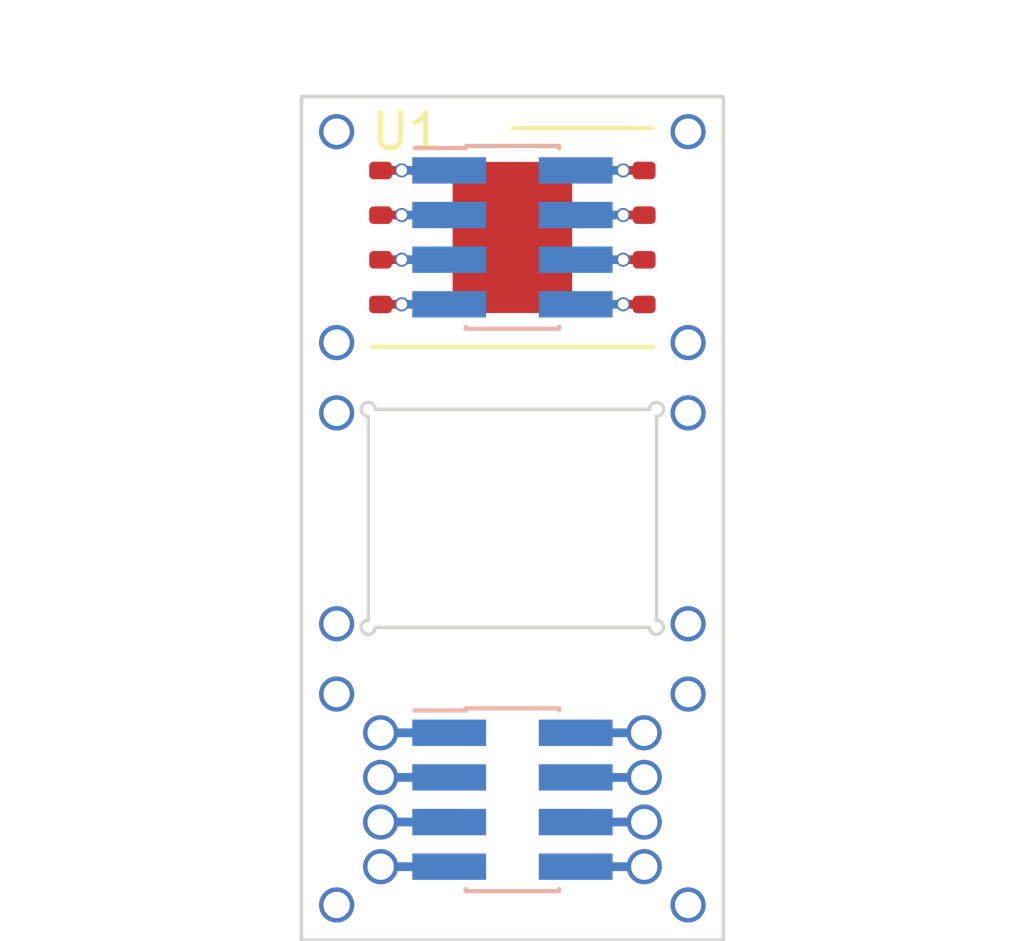
<source format=kicad_pcb>
(kicad_pcb (version 20211014) (generator pcbnew)
  (layers (0 "F.Cu" signal) (31 "B.Cu" signal) (34 "B.Paste" user) (35 "F.Paste" user) (36 "B.SilkS" user "B.Silkscreen") (37 "F.SilkS" user "F.Silkscreen") (38 "B.Mask" user) (39 "F.Mask" user) (44 "Edge.Cuts" user))
  (net 0 "")
  (net 1 "P1")
  (net 2 "P2")
  (net 3 "P3")
  (net 4 "P4")
  (net 5 "P5")
  (net 6 "P6")
  (net 7 "P7")
  (net 8 "P8")
  (footprint "Switch:WSON-8-1EP_8x6mm_P1.27mm_EP3.4x4.3mm" (layer "F.Cu") (at 156 76)
    (fp_text reference "U1" (at -7 0) (layer "F.SilkS"))
    (fp_text value "W25Q32JVZP")
    (fp_line (start -4 -0.1) (end 0 -0.1) (layer "F.SilkS") (width 0.12))
    (fp_line (start -8 6.12) (end 0 6.12) (layer "F.SilkS") (width 0.12))
    (pad "1" smd roundrect (at -7.75 1.105) (size 0.65 0.5) (layers "F.Cu" "F.Paste" "F.Mask") (net 1 "P1"))
    (pad "2" smd roundrect (at -7.75 2.375) (size 0.65 0.5) (layers "F.Cu" "F.Paste" "F.Mask") (net 2 "P2"))
    (pad "3" smd roundrect (at -7.75 3.645) (size 0.65 0.5) (layers "F.Cu" "F.Paste" "F.Mask") (net 3 "P3"))
    (pad "4" smd roundrect (at -7.75 4.915) (size 0.65 0.5) (layers "F.Cu" "F.Paste" "F.Mask") (net 4 "P4"))
    (pad "5" smd roundrect (at -0.25 4.915) (size 0.65 0.5) (layers "F.Cu" "F.Paste" "F.Mask") (net 5 "P5"))
    (pad "6" smd roundrect (at -0.25 3.645) (size 0.65 0.5) (layers "F.Cu" "F.Paste" "F.Mask") (net 6 "P6"))
    (pad "7" smd roundrect (at -0.25 2.375) (size 0.65 0.5) (layers "F.Cu" "F.Paste" "F.Mask") (net 7 "P7"))
    (pad "8" smd roundrect (at -0.25 1.105) (size 0.65 0.5) (layers "F.Cu" "F.Paste" "F.Mask") (net 8 "P8"))
    (pad "9" smd rect (at -4 3.01) (size 3.4 4.3) (layers "F.Cu" "F.Mask"))
  )
  (footprint "Connector_PinSocket_1.27mm:PinSocket_2x04_P1.27mm_Vertical_SMD" (layer "B.Cu") (at 152.0022 95.0066 180)
    (fp_text reference "J1" hide)
    (fp_text value "Conn_02x04_Odd_Even")
    (fp_line (start 1.33 2.6) (end 1.33 2.54) (layer "B.SilkS") (width 0.12))
    (fp_line (start -1.33 -2.6) (end 1.33 -2.6) (layer "B.SilkS") (width 0.12))
    (fp_line (start 1.33 -2.54) (end 1.33 -2.6) (layer "B.SilkS") (width 0.12))
    (fp_line (start -1.33 2.6) (end 1.33 2.6) (layer "B.SilkS") (width 0.12))
    (fp_line (start 1.33 2.54) (end 2.79 2.54) (layer "B.SilkS") (width 0.12))
    (fp_line (start -1.33 -2.54) (end -1.33 -2.6) (layer "B.SilkS") (width 0.12))
    (fp_line (start -1.33 2.6) (end -1.33 2.54) (layer "B.SilkS") (width 0.12))
    (pad "1" smd rect (at 1.8 1.905 180) (size 2.1 0.75) (layers "B.Cu" "B.Paste" "B.Mask") (net 1 "P1"))
    (pad "2" smd rect (at -1.8 1.905 180) (size 2.1 0.75) (layers "B.Cu" "B.Paste" "B.Mask") (net 8 "P8"))
    (pad "3" smd rect (at 1.8 0.635 180) (size 2.1 0.75) (layers "B.Cu" "B.Paste" "B.Mask") (net 2 "P2"))
    (pad "4" smd rect (at -1.8 0.635 180) (size 2.1 0.75) (layers "B.Cu" "B.Paste" "B.Mask") (net 7 "P7"))
    (pad "5" smd rect (at 1.8 -0.635 180) (size 2.1 0.75) (layers "B.Cu" "B.Paste" "B.Mask") (net 3 "P3"))
    (pad "6" smd rect (at -1.8 -0.635 180) (size 2.1 0.75) (layers "B.Cu" "B.Paste" "B.Mask") (net 6 "P6"))
    (pad "7" smd rect (at 1.8 -1.905 180) (size 2.1 0.75) (layers "B.Cu" "B.Paste" "B.Mask") (net 4 "P4"))
    (pad "8" smd rect (at -1.8 -1.905 180) (size 2.1 0.75) (layers "B.Cu" "B.Paste" "B.Mask") (net 5 "P5"))
  )
  (footprint "Connector_PinSocket_1.27mm:PinSocket_2x04_P1.27mm_Vertical_SMD" (layer "B.Cu") (at 152.0022 79.0066 180)
    (fp_text reference "J1" hide)
    (fp_text value "Conn_02x04_Odd_Even")
    (fp_line (start -1.33 2.6) (end 1.33 2.6) (layer "B.SilkS") (width 0.12))
    (fp_line (start 1.33 2.54) (end 2.79 2.54) (layer "B.SilkS") (width 0.12))
    (fp_line (start -1.33 -2.6) (end 1.33 -2.6) (layer "B.SilkS") (width 0.12))
    (fp_line (start 1.33 -2.54) (end 1.33 -2.6) (layer "B.SilkS") (width 0.12))
    (fp_line (start -1.33 2.6) (end -1.33 2.54) (layer "B.SilkS") (width 0.12))
    (fp_line (start 1.33 2.6) (end 1.33 2.54) (layer "B.SilkS") (width 0.12))
    (fp_line (start -1.33 -2.54) (end -1.33 -2.6) (layer "B.SilkS") (width 0.12))
    (pad "1" smd rect (at 1.8 1.905 180) (size 2.1 0.75) (layers "B.Cu" "B.Paste" "B.Mask") (net 1 "P1"))
    (pad "2" smd rect (at -1.8 1.905 180) (size 2.1 0.75) (layers "B.Cu" "B.Paste" "B.Mask") (net 8 "P8"))
    (pad "3" smd rect (at 1.8 0.635 180) (size 2.1 0.75) (layers "B.Cu" "B.Paste" "B.Mask") (net 2 "P2"))
    (pad "4" smd rect (at -1.8 0.635 180) (size 2.1 0.75) (layers "B.Cu" "B.Paste" "B.Mask") (net 7 "P7"))
    (pad "5" smd rect (at 1.8 -0.635 180) (size 2.1 0.75) (layers "B.Cu" "B.Paste" "B.Mask") (net 3 "P3"))
    (pad "6" smd rect (at -1.8 -0.635 180) (size 2.1 0.75) (layers "B.Cu" "B.Paste" "B.Mask") (net 6 "P6"))
    (pad "7" smd rect (at 1.8 -1.905 180) (size 2.1 0.75) (layers "B.Cu" "B.Paste" "B.Mask") (net 4 "P4"))
    (pad "8" smd rect (at -1.8 -1.905 180) (size 2.1 0.75) (layers "B.Cu" "B.Paste" "B.Mask") (net 5 "P5"))
  )
  (gr_arc (start 156.1 89.9) (mid 156.241421 90.241421) (end 155.9 90.1) (layer "Edge.Cuts") (width 0.1))
  (gr_line (start 148.1 90.1) (end 155.9 90.1) (layer "Edge.Cuts") (width 0.1))
  (gr_arc (start 147.9 84.1) (mid 147.758579 83.758579) (end 148.1 83.9) (layer "Edge.Cuts") (width 0.1))
  (gr_line (start 156.1 89.9) (end 156.1 84.1) (layer "Edge.Cuts") (width 0.1))
  (gr_rect (start 146 75) (end 158 99) (layer "Edge.Cuts") (width 0.1) (fill none))
  (gr_arc (start 155.9 83.9) (mid 156.241421 83.758579) (end 156.1 84.1) (layer "Edge.Cuts") (width 0.1))
  (gr_arc (start 148.1 90.1) (mid 147.758579 90.241421) (end 147.9 89.9) (layer "Edge.Cuts") (width 0.1))
  (gr_line (start 147.9 84.1) (end 147.9 89.9) (layer "Edge.Cuts") (width 0.1))
  (gr_line (start 155.9 83.9) (end 148.1 83.9) (layer "Edge.Cuts") (width 0.1))
  (via (at 157 76) (size 1) (drill 0.75) (layers "F.Cu" "B.Cu") (net 0))
  (via (at 157 82) (size 1) (drill 0.75) (layers "F.Cu" "B.Cu") (net 0))
  (via (at 147 98) (size 1) (drill 0.75) (layers "F.Cu" "B.Cu") (net 0))
  (via (at 157 98) (size 1) (drill 0.75) (layers "F.Cu" "B.Cu") (net 0))
  (via (at 147 90) (size 1) (drill 0.75) (layers "F.Cu" "B.Cu") (net 0))
  (via (at 147 92) (size 1) (drill 0.75) (layers "F.Cu" "B.Cu") (net 0))
  (via (at 147 84) (size 1) (drill 0.75) (layers "F.Cu" "B.Cu") (net 0))
  (via (at 147 82) (size 1) (drill 0.75) (layers "F.Cu" "B.Cu") (net 0))
  (via (at 157 92) (size 1) (drill 0.75) (layers "F.Cu" "B.Cu") (net 0))
  (via (at 157 84) (size 1) (drill 0.75) (layers "F.Cu" "B.Cu") (net 0))
  (via (at 157 90) (size 1) (drill 0.75) (layers "F.Cu" "B.Cu") (net 0))
  (via (at 147 76) (size 1) (drill 0.75) (layers "F.Cu" "B.Cu") (net 0))
  (segment (start 148.8526 77.1016) (end 148.2522 77.1016) (width 0.25) (layer "F.Cu") (net 1))
  (via (at 148.8526 77.1016) (size 0.4) (drill 0.3) (layers "F.Cu" "B.Cu") (net 1))
  (via (at 148.2522 93.1016) (size 1) (drill 0.75) (layers "F.Cu" "B.Cu") (net 1))
  (segment (start 148.8526 77.1016) (end 150.2022 77.1016) (width 0.25) (layer "B.Cu") (net 1))
  (segment (start 148.2522 93.1016) (end 150.2022 93.1016) (width 0.25) (layer "B.Cu") (net 1))
  (segment (start 148.8526 78.3716) (end 148.2522 78.3716) (width 0.25) (layer "F.Cu") (net 2))
  (via (at 148.8526 78.3716) (size 0.4) (drill 0.3) (layers "F.Cu" "B.Cu") (net 2))
  (via (at 148.2522 94.3716) (size 1) (drill 0.75) (layers "F.Cu" "B.Cu") (net 2))
  (segment (start 148.2522 94.3716) (end 150.2022 94.3716) (width 0.25) (layer "B.Cu") (net 2))
  (segment (start 148.8526 78.3716) (end 150.2022 78.3716) (width 0.25) (layer "B.Cu") (net 2))
  (segment (start 148.8526 79.6416) (end 148.2522 79.6416) (width 0.25) (layer "F.Cu") (net 3))
  (via (at 148.8526 79.6416) (size 0.4) (drill 0.3) (layers "F.Cu" "B.Cu") (net 3))
  (via (at 148.2522 95.6416) (size 1) (drill 0.75) (layers "F.Cu" "B.Cu") (net 3))
  (segment (start 148.2522 95.6416) (end 150.2022 95.6416) (width 0.25) (layer "B.Cu") (net 3))
  (segment (start 148.8526 79.6416) (end 150.2022 79.6416) (width 0.25) (layer "B.Cu") (net 3))
  (segment (start 148.8526 80.9116) (end 148.2522 80.9116) (width 0.25) (layer "F.Cu") (net 4))
  (via (at 148.8526 80.9116) (size 0.4) (drill 0.3) (layers "F.Cu" "B.Cu") (net 4))
  (via (at 148.2522 96.9116) (size 1) (drill 0.75) (layers "F.Cu" "B.Cu") (net 4))
  (segment (start 148.8526 80.9116) (end 150.2022 80.9116) (width 0.25) (layer "B.Cu") (net 4))
  (segment (start 148.2522 96.9116) (end 150.2022 96.9116) (width 0.25) (layer "B.Cu") (net 4))
  (segment (start 155.1518 80.9116) (end 155.7522 80.9116) (width 0.25) (layer "F.Cu") (net 5))
  (via (at 155.1518 80.9116) (size 0.4) (drill 0.3) (layers "F.Cu" "B.Cu") (net 5))
  (via (at 155.7522 96.9116) (size 1) (drill 0.75) (layers "F.Cu" "B.Cu") (net 5))
  (segment (start 155.1518 80.9116) (end 153.8022 80.9116) (width 0.25) (layer "B.Cu") (net 5))
  (segment (start 155.7522 96.9116) (end 153.8022 96.9116) (width 0.25) (layer "B.Cu") (net 5))
  (segment (start 155.1518 79.6416) (end 155.7522 79.6416) (width 0.25) (layer "F.Cu") (net 6))
  (via (at 155.1518 79.6416) (size 0.4) (drill 0.3) (layers "F.Cu" "B.Cu") (net 6))
  (via (at 155.7522 95.6416) (size 1) (drill 0.75) (layers "F.Cu" "B.Cu") (net 6))
  (segment (start 155.1518 79.6416) (end 153.8022 79.6416) (width 0.25) (layer "B.Cu") (net 6))
  (segment (start 155.7522 95.6416) (end 153.8022 95.6416) (width 0.25) (layer "B.Cu") (net 6))
  (segment (start 155.1518 78.3716) (end 155.7522 78.3716) (width 0.25) (layer "F.Cu") (net 7))
  (via (at 155.1518 78.3716) (size 0.4) (drill 0.3) (layers "F.Cu" "B.Cu") (net 7))
  (via (at 155.7522 94.3716) (size 1) (drill 0.75) (layers "F.Cu" "B.Cu") (net 7))
  (segment (start 155.1518 78.3716) (end 153.8022 78.3716) (width 0.25) (layer "B.Cu") (net 7))
  (segment (start 155.7522 94.3716) (end 153.8022 94.3716) (width 0.25) (layer "B.Cu") (net 7))
  (segment (start 155.7484 93.1016) (end 155.7522 93.1016) (width 0.25) (layer "F.Cu") (net 8))
  (segment (start 155.1518 77.1016) (end 155.7522 77.1016) (width 0.25) (layer "F.Cu") (net 8))
  (via (at 155.7484 93.1016) (size 1) (drill 0.75) (layers "F.Cu" "B.Cu") (net 8))
  (via (at 155.1518 77.1016) (size 0.4) (drill 0.3) (layers "F.Cu" "B.Cu") (net 8))
  (segment (start 155.7484 93.1016) (end 153.8022 93.1016) (width 0.25) (layer "B.Cu") (net 8))
  (segment (start 155.1518 77.1016) (end 153.8022 77.1016) (width 0.25) (layer "B.Cu") (net 8))
)
</source>
